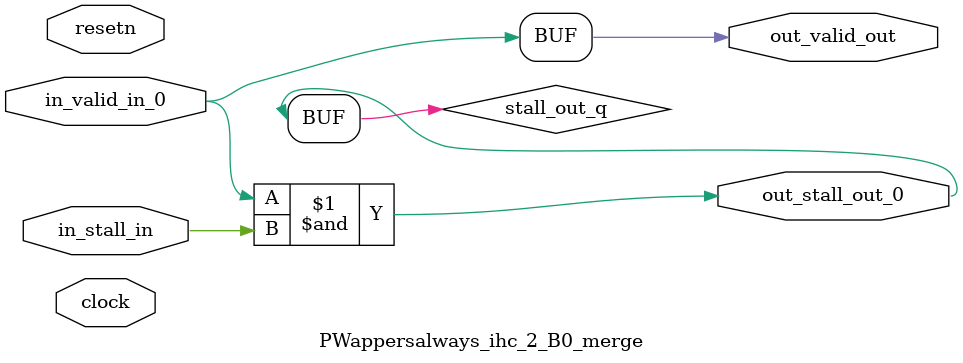
<source format=sv>



(* altera_attribute = "-name AUTO_SHIFT_REGISTER_RECOGNITION OFF; -name MESSAGE_DISABLE 10036; -name MESSAGE_DISABLE 10037; -name MESSAGE_DISABLE 14130; -name MESSAGE_DISABLE 14320; -name MESSAGE_DISABLE 15400; -name MESSAGE_DISABLE 14130; -name MESSAGE_DISABLE 10036; -name MESSAGE_DISABLE 12020; -name MESSAGE_DISABLE 12030; -name MESSAGE_DISABLE 12010; -name MESSAGE_DISABLE 12110; -name MESSAGE_DISABLE 14320; -name MESSAGE_DISABLE 13410; -name MESSAGE_DISABLE 113007; -name MESSAGE_DISABLE 10958" *)
module PWappersalways_ihc_2_B0_merge (
    input wire [0:0] in_stall_in,
    input wire [0:0] in_valid_in_0,
    output wire [0:0] out_stall_out_0,
    output wire [0:0] out_valid_out,
    input wire clock,
    input wire resetn
    );

    wire [0:0] stall_out_q;


    // stall_out(LOGICAL,6)
    assign stall_out_q = in_valid_in_0 & in_stall_in;

    // out_stall_out_0(GPOUT,4)
    assign out_stall_out_0 = stall_out_q;

    // out_valid_out(GPOUT,5)
    assign out_valid_out = in_valid_in_0;

endmodule

</source>
